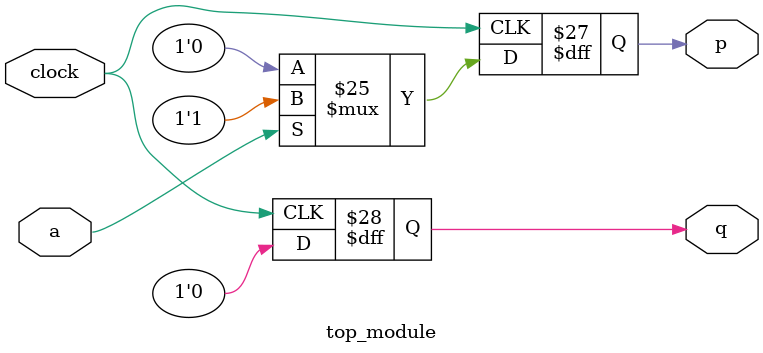
<source format=sv>
module top_module (
	input clock,
	input a, 
	output reg p,
	output reg q
);

always @(posedge clock) begin
	if (a == 1) begin
		p <= 1;
		q <= 0;
	end else if (p == 1 && q == 0) begin
		p <= 0;
		q <= 0;
	end else if (q == 0 || q == 1) begin
		p <= 0;
		q <= 0;
	end else begin
		p <= 1;
		q <= 1;
	end
end

endmodule

</source>
